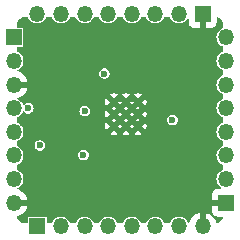
<source format=gbr>
%TF.GenerationSoftware,KiCad,Pcbnew,8.0.3-8.0.3-0~ubuntu23.10.1*%
%TF.CreationDate,2024-09-30T16:30:17-04:00*%
%TF.ProjectId,nPM1300-Stamp,6e504d31-3330-4302-9d53-74616d702e6b,rev?*%
%TF.SameCoordinates,Original*%
%TF.FileFunction,Copper,L2,Inr*%
%TF.FilePolarity,Positive*%
%FSLAX46Y46*%
G04 Gerber Fmt 4.6, Leading zero omitted, Abs format (unit mm)*
G04 Created by KiCad (PCBNEW 8.0.3-8.0.3-0~ubuntu23.10.1) date 2024-09-30 16:30:17*
%MOMM*%
%LPD*%
G01*
G04 APERTURE LIST*
%TA.AperFunction,ComponentPad*%
%ADD10R,1.350000X1.350000*%
%TD*%
%TA.AperFunction,ComponentPad*%
%ADD11O,1.350000X1.350000*%
%TD*%
%TA.AperFunction,HeatsinkPad*%
%ADD12C,0.500000*%
%TD*%
%TA.AperFunction,ViaPad*%
%ADD13C,0.600000*%
%TD*%
G04 APERTURE END LIST*
D10*
%TO.N,GND*%
%TO.C,J4*%
X157000000Y-91000000D03*
D11*
%TO.N,/LED0*%
X155000000Y-91000000D03*
%TO.N,/LED1*%
X153000000Y-91000000D03*
%TO.N,/LED2*%
X151000000Y-91000000D03*
%TO.N,/LS1_IN*%
X149000000Y-91000000D03*
%TO.N,/LS1_OUT*%
X147000000Y-91000000D03*
%TO.N,/LS2_IN*%
X145000000Y-91000000D03*
%TO.N,/LS2_OUT*%
X143000000Y-91000000D03*
%TD*%
D12*
%TO.N,GND*%
%TO.C,U1*%
X149500000Y-98500000D03*
X149500000Y-99500000D03*
X149500000Y-100500000D03*
X150500000Y-98500000D03*
X150500000Y-99500000D03*
X150500000Y-100500000D03*
X151500000Y-98500000D03*
X151500000Y-99500000D03*
X151500000Y-100500000D03*
%TD*%
D10*
%TO.N,GND*%
%TO.C,J3*%
X159000000Y-107000000D03*
D11*
%TO.N,/NTC*%
X159000000Y-105000000D03*
%TO.N,/VBAT*%
X159000000Y-103000000D03*
%TO.N,/VSYS*%
X159000000Y-101000000D03*
%TO.N,/VBUS_IN*%
X159000000Y-99000000D03*
%TO.N,/VBUS_OUT*%
X159000000Y-97000000D03*
%TO.N,/CC1*%
X159000000Y-95000000D03*
%TO.N,/CC2*%
X159000000Y-93000000D03*
%TD*%
D10*
%TO.N,/VOUT1*%
%TO.C,J1*%
X141000000Y-93000000D03*
D11*
%TO.N,/VOUT2*%
X141000000Y-95000000D03*
%TO.N,GND*%
X141000000Y-97000000D03*
%TO.N,/GPIO0*%
X141000000Y-99000000D03*
%TO.N,/GPIO1*%
X141000000Y-101000000D03*
%TO.N,/GPIO2*%
X141000000Y-103000000D03*
%TO.N,/GPIO3*%
X141000000Y-105000000D03*
%TO.N,GND*%
X141000000Y-107000000D03*
%TD*%
D10*
%TO.N,/GPIO4*%
%TO.C,J2*%
X143000000Y-109000000D03*
D11*
%TO.N,/VDDIO*%
X145000000Y-109000000D03*
%TO.N,/SDA_NPM1300*%
X147000000Y-109000000D03*
%TO.N,/SCL_NPM1300*%
X149000000Y-109000000D03*
%TO.N,/SHPLD*%
X151000000Y-109000000D03*
%TO.N,/VSET2*%
X153000000Y-109000000D03*
%TO.N,/VSET1*%
X155000000Y-109000000D03*
%TO.N,GND*%
X157000000Y-109000000D03*
%TD*%
D13*
%TO.N,GND*%
X157000000Y-104250000D03*
X146000000Y-108000000D03*
X148000000Y-108000000D03*
X157690000Y-98930000D03*
X157000000Y-107000000D03*
X157000000Y-106000000D03*
X146000000Y-92000000D03*
X144000000Y-106000000D03*
X143000000Y-106000000D03*
X156000000Y-106000000D03*
X142500000Y-96000000D03*
X156000000Y-104250000D03*
X152000000Y-108000000D03*
X157000000Y-94000000D03*
X154750000Y-103750000D03*
X157690000Y-102380000D03*
X154000000Y-92500000D03*
X150000000Y-92500000D03*
X142500000Y-94000000D03*
X144000000Y-92000000D03*
X157690000Y-100500000D03*
X157690000Y-96810000D03*
X153000000Y-96500000D03*
X156000000Y-107000000D03*
X154000000Y-107000000D03*
X152000000Y-92500000D03*
X155000000Y-95750000D03*
X147250000Y-97330000D03*
X150250000Y-104970000D03*
X148500000Y-92500000D03*
X145990000Y-102630000D03*
X150000000Y-108000000D03*
%TO.N,/VSYS*%
X154440000Y-99990000D03*
X147020000Y-99250000D03*
%TO.N,/VOUT2*%
X148670000Y-96070000D03*
X143225000Y-102150000D03*
%TO.N,/GPIO0*%
X142230000Y-99000000D03*
X146910000Y-102950000D03*
%TD*%
%TA.AperFunction,Conductor*%
%TO.N,GND*%
G36*
X142211972Y-91272174D02*
G01*
X142230024Y-91301633D01*
X142241712Y-91337608D01*
X142328475Y-91487885D01*
X142328478Y-91487890D01*
X142444592Y-91616847D01*
X142584969Y-91718838D01*
X142584976Y-91718842D01*
X142743501Y-91789422D01*
X142913236Y-91825500D01*
X142913237Y-91825500D01*
X143086763Y-91825500D01*
X143086764Y-91825500D01*
X143256499Y-91789422D01*
X143415024Y-91718842D01*
X143422819Y-91713179D01*
X143555407Y-91616847D01*
X143555406Y-91616847D01*
X143555410Y-91616845D01*
X143671522Y-91487889D01*
X143758286Y-91337611D01*
X143766936Y-91310988D01*
X143769976Y-91301633D01*
X143806758Y-91258566D01*
X143840354Y-91250500D01*
X144159646Y-91250500D01*
X144211972Y-91272174D01*
X144230024Y-91301633D01*
X144241712Y-91337608D01*
X144328475Y-91487885D01*
X144328478Y-91487890D01*
X144444592Y-91616847D01*
X144584969Y-91718838D01*
X144584976Y-91718842D01*
X144743501Y-91789422D01*
X144913236Y-91825500D01*
X144913237Y-91825500D01*
X145086763Y-91825500D01*
X145086764Y-91825500D01*
X145256499Y-91789422D01*
X145415024Y-91718842D01*
X145422819Y-91713179D01*
X145555407Y-91616847D01*
X145555406Y-91616847D01*
X145555410Y-91616845D01*
X145671522Y-91487889D01*
X145758286Y-91337611D01*
X145766936Y-91310988D01*
X145769976Y-91301633D01*
X145806758Y-91258566D01*
X145840354Y-91250500D01*
X146159646Y-91250500D01*
X146211972Y-91272174D01*
X146230024Y-91301633D01*
X146241712Y-91337608D01*
X146328475Y-91487885D01*
X146328478Y-91487890D01*
X146444592Y-91616847D01*
X146584969Y-91718838D01*
X146584976Y-91718842D01*
X146743501Y-91789422D01*
X146913236Y-91825500D01*
X146913237Y-91825500D01*
X147086763Y-91825500D01*
X147086764Y-91825500D01*
X147256499Y-91789422D01*
X147415024Y-91718842D01*
X147422819Y-91713179D01*
X147555407Y-91616847D01*
X147555406Y-91616847D01*
X147555410Y-91616845D01*
X147671522Y-91487889D01*
X147758286Y-91337611D01*
X147766936Y-91310988D01*
X147769976Y-91301633D01*
X147806758Y-91258566D01*
X147840354Y-91250500D01*
X148159646Y-91250500D01*
X148211972Y-91272174D01*
X148230024Y-91301633D01*
X148241712Y-91337608D01*
X148328475Y-91487885D01*
X148328478Y-91487890D01*
X148444592Y-91616847D01*
X148584969Y-91718838D01*
X148584976Y-91718842D01*
X148743501Y-91789422D01*
X148913236Y-91825500D01*
X148913237Y-91825500D01*
X149086763Y-91825500D01*
X149086764Y-91825500D01*
X149256499Y-91789422D01*
X149415024Y-91718842D01*
X149422819Y-91713179D01*
X149555407Y-91616847D01*
X149555406Y-91616847D01*
X149555410Y-91616845D01*
X149671522Y-91487889D01*
X149758286Y-91337611D01*
X149766936Y-91310988D01*
X149769976Y-91301633D01*
X149806758Y-91258566D01*
X149840354Y-91250500D01*
X150159646Y-91250500D01*
X150211972Y-91272174D01*
X150230024Y-91301633D01*
X150241712Y-91337608D01*
X150328475Y-91487885D01*
X150328478Y-91487890D01*
X150444592Y-91616847D01*
X150584969Y-91718838D01*
X150584976Y-91718842D01*
X150743501Y-91789422D01*
X150913236Y-91825500D01*
X150913237Y-91825500D01*
X151086763Y-91825500D01*
X151086764Y-91825500D01*
X151256499Y-91789422D01*
X151415024Y-91718842D01*
X151422819Y-91713179D01*
X151555407Y-91616847D01*
X151555406Y-91616847D01*
X151555410Y-91616845D01*
X151671522Y-91487889D01*
X151758286Y-91337611D01*
X151766936Y-91310988D01*
X151769976Y-91301633D01*
X151806758Y-91258566D01*
X151840354Y-91250500D01*
X152159646Y-91250500D01*
X152211972Y-91272174D01*
X152230024Y-91301633D01*
X152241712Y-91337608D01*
X152328475Y-91487885D01*
X152328478Y-91487890D01*
X152444592Y-91616847D01*
X152584969Y-91718838D01*
X152584976Y-91718842D01*
X152743501Y-91789422D01*
X152913236Y-91825500D01*
X152913237Y-91825500D01*
X153086763Y-91825500D01*
X153086764Y-91825500D01*
X153256499Y-91789422D01*
X153415024Y-91718842D01*
X153422819Y-91713179D01*
X153555407Y-91616847D01*
X153555406Y-91616847D01*
X153555410Y-91616845D01*
X153671522Y-91487889D01*
X153758286Y-91337611D01*
X153766936Y-91310988D01*
X153769976Y-91301633D01*
X153806758Y-91258566D01*
X153840354Y-91250500D01*
X154159646Y-91250500D01*
X154211972Y-91272174D01*
X154230024Y-91301633D01*
X154241712Y-91337608D01*
X154328475Y-91487885D01*
X154328478Y-91487890D01*
X154444592Y-91616847D01*
X154584969Y-91718838D01*
X154584976Y-91718842D01*
X154743501Y-91789422D01*
X154913236Y-91825500D01*
X154913237Y-91825500D01*
X155086763Y-91825500D01*
X155086764Y-91825500D01*
X155256499Y-91789422D01*
X155415024Y-91718842D01*
X155422819Y-91713179D01*
X155555407Y-91616847D01*
X155555406Y-91616847D01*
X155555410Y-91616845D01*
X155671522Y-91487889D01*
X155686914Y-91461230D01*
X155731847Y-91426751D01*
X155787999Y-91434143D01*
X155822478Y-91479076D01*
X155825000Y-91498229D01*
X155825000Y-91722828D01*
X155831402Y-91782375D01*
X155831403Y-91782380D01*
X155881645Y-91917087D01*
X155881646Y-91917088D01*
X155967811Y-92032188D01*
X156082911Y-92118353D01*
X156082912Y-92118354D01*
X156217619Y-92168596D01*
X156217624Y-92168597D01*
X156277171Y-92175000D01*
X156750000Y-92175000D01*
X156750000Y-91324500D01*
X156752581Y-91318267D01*
X156754394Y-91320080D01*
X156845606Y-91372741D01*
X156947339Y-91400000D01*
X157052661Y-91400000D01*
X157154394Y-91372741D01*
X157245606Y-91320080D01*
X157247418Y-91318267D01*
X157250000Y-91324500D01*
X157250000Y-92175000D01*
X157722829Y-92175000D01*
X157782375Y-92168597D01*
X157782380Y-92168596D01*
X157917087Y-92118354D01*
X157917088Y-92118353D01*
X158032188Y-92032188D01*
X158118353Y-91917088D01*
X158118354Y-91917087D01*
X158168596Y-91782380D01*
X158168597Y-91782375D01*
X158175000Y-91722828D01*
X158175000Y-91373409D01*
X158196674Y-91321083D01*
X158249000Y-91299409D01*
X158270480Y-91302595D01*
X158279846Y-91305436D01*
X158293249Y-91310988D01*
X158409972Y-91373378D01*
X158422029Y-91381434D01*
X158444653Y-91400000D01*
X158524342Y-91465399D01*
X158534600Y-91475657D01*
X158618562Y-91577965D01*
X158626621Y-91590027D01*
X158689011Y-91706750D01*
X158694563Y-91720152D01*
X158732983Y-91846805D01*
X158735813Y-91861033D01*
X158749144Y-91996385D01*
X158749500Y-92003638D01*
X158749500Y-92159850D01*
X158727826Y-92212176D01*
X158705599Y-92227452D01*
X158584978Y-92281156D01*
X158584973Y-92281159D01*
X158444592Y-92383152D01*
X158328478Y-92512109D01*
X158328475Y-92512114D01*
X158241716Y-92662384D01*
X158241711Y-92662394D01*
X158188093Y-92827418D01*
X158169953Y-93000000D01*
X158188093Y-93172581D01*
X158241711Y-93337605D01*
X158241716Y-93337615D01*
X158328475Y-93487885D01*
X158328478Y-93487890D01*
X158444592Y-93616847D01*
X158584969Y-93718838D01*
X158584971Y-93718838D01*
X158584976Y-93718842D01*
X158705600Y-93772547D01*
X158744585Y-93813628D01*
X158749500Y-93840148D01*
X158749500Y-94159850D01*
X158727826Y-94212176D01*
X158705599Y-94227452D01*
X158584978Y-94281156D01*
X158584973Y-94281159D01*
X158444592Y-94383152D01*
X158328478Y-94512109D01*
X158328475Y-94512114D01*
X158241716Y-94662384D01*
X158241711Y-94662394D01*
X158188093Y-94827418D01*
X158169953Y-95000000D01*
X158188093Y-95172581D01*
X158241711Y-95337605D01*
X158241716Y-95337615D01*
X158328475Y-95487885D01*
X158328478Y-95487890D01*
X158444592Y-95616847D01*
X158584969Y-95718838D01*
X158584971Y-95718838D01*
X158584976Y-95718842D01*
X158705600Y-95772547D01*
X158744585Y-95813628D01*
X158749500Y-95840148D01*
X158749500Y-96159850D01*
X158727826Y-96212176D01*
X158705599Y-96227452D01*
X158584978Y-96281156D01*
X158584973Y-96281159D01*
X158444592Y-96383152D01*
X158328478Y-96512109D01*
X158328475Y-96512114D01*
X158241716Y-96662384D01*
X158241711Y-96662394D01*
X158188093Y-96827418D01*
X158169953Y-97000000D01*
X158188093Y-97172581D01*
X158241711Y-97337605D01*
X158241716Y-97337615D01*
X158328475Y-97487885D01*
X158328478Y-97487890D01*
X158444592Y-97616847D01*
X158584969Y-97718838D01*
X158584971Y-97718838D01*
X158584976Y-97718842D01*
X158705600Y-97772547D01*
X158744585Y-97813628D01*
X158749500Y-97840148D01*
X158749500Y-98159850D01*
X158727826Y-98212176D01*
X158705599Y-98227452D01*
X158584978Y-98281156D01*
X158584973Y-98281159D01*
X158444592Y-98383152D01*
X158328478Y-98512109D01*
X158328475Y-98512114D01*
X158241716Y-98662384D01*
X158241711Y-98662394D01*
X158188093Y-98827418D01*
X158188092Y-98827422D01*
X158188092Y-98827424D01*
X158169953Y-99000000D01*
X158187783Y-99169640D01*
X158188093Y-99172581D01*
X158241711Y-99337605D01*
X158241716Y-99337615D01*
X158328475Y-99487885D01*
X158328478Y-99487890D01*
X158444592Y-99616847D01*
X158584969Y-99718838D01*
X158584971Y-99718838D01*
X158584976Y-99718842D01*
X158705600Y-99772547D01*
X158744585Y-99813628D01*
X158749500Y-99840148D01*
X158749500Y-100159850D01*
X158727826Y-100212176D01*
X158705599Y-100227452D01*
X158584978Y-100281156D01*
X158584973Y-100281159D01*
X158444592Y-100383152D01*
X158328478Y-100512109D01*
X158328475Y-100512114D01*
X158241716Y-100662384D01*
X158241711Y-100662394D01*
X158188093Y-100827418D01*
X158169953Y-101000000D01*
X158188093Y-101172581D01*
X158241711Y-101337605D01*
X158241716Y-101337615D01*
X158328475Y-101487885D01*
X158328478Y-101487890D01*
X158444592Y-101616847D01*
X158584969Y-101718838D01*
X158584971Y-101718838D01*
X158584976Y-101718842D01*
X158705600Y-101772547D01*
X158744585Y-101813628D01*
X158749500Y-101840148D01*
X158749500Y-102159850D01*
X158727826Y-102212176D01*
X158705599Y-102227452D01*
X158584978Y-102281156D01*
X158584973Y-102281159D01*
X158444592Y-102383152D01*
X158328478Y-102512109D01*
X158328475Y-102512114D01*
X158241716Y-102662384D01*
X158241711Y-102662394D01*
X158188093Y-102827418D01*
X158169953Y-103000000D01*
X158188093Y-103172581D01*
X158241711Y-103337605D01*
X158241716Y-103337615D01*
X158328475Y-103487885D01*
X158328478Y-103487890D01*
X158444592Y-103616847D01*
X158584969Y-103718838D01*
X158584971Y-103718838D01*
X158584976Y-103718842D01*
X158705600Y-103772547D01*
X158744585Y-103813628D01*
X158749500Y-103840148D01*
X158749500Y-104159850D01*
X158727826Y-104212176D01*
X158705599Y-104227452D01*
X158584978Y-104281156D01*
X158584973Y-104281159D01*
X158444592Y-104383152D01*
X158328478Y-104512109D01*
X158328475Y-104512114D01*
X158241716Y-104662384D01*
X158241711Y-104662394D01*
X158188093Y-104827418D01*
X158169953Y-105000000D01*
X158188093Y-105172581D01*
X158241711Y-105337605D01*
X158241716Y-105337615D01*
X158328475Y-105487885D01*
X158328478Y-105487890D01*
X158444592Y-105616847D01*
X158546837Y-105691133D01*
X158576430Y-105739424D01*
X158563208Y-105794496D01*
X158514917Y-105824089D01*
X158503341Y-105825000D01*
X158277171Y-105825000D01*
X158217624Y-105831402D01*
X158217619Y-105831403D01*
X158082912Y-105881645D01*
X158082911Y-105881646D01*
X157967811Y-105967811D01*
X157881646Y-106082911D01*
X157881645Y-106082912D01*
X157831403Y-106217619D01*
X157831402Y-106217624D01*
X157825000Y-106277171D01*
X157825000Y-106750000D01*
X158675500Y-106750000D01*
X158681732Y-106752581D01*
X158679920Y-106754394D01*
X158627259Y-106845606D01*
X158600000Y-106947339D01*
X158600000Y-107052661D01*
X158627259Y-107154394D01*
X158679920Y-107245606D01*
X158681732Y-107247418D01*
X158675500Y-107250000D01*
X157825000Y-107250000D01*
X157825000Y-107722828D01*
X157831402Y-107782375D01*
X157831403Y-107782380D01*
X157881645Y-107917087D01*
X157881646Y-107917088D01*
X157967811Y-108032188D01*
X158082911Y-108118353D01*
X158082912Y-108118354D01*
X158217619Y-108168596D01*
X158217624Y-108168597D01*
X158277171Y-108175000D01*
X158626591Y-108175000D01*
X158678917Y-108196674D01*
X158700591Y-108249000D01*
X158697403Y-108270487D01*
X158694561Y-108279853D01*
X158689011Y-108293249D01*
X158626621Y-108409972D01*
X158618562Y-108422034D01*
X158534600Y-108524342D01*
X158524342Y-108534600D01*
X158422034Y-108618562D01*
X158409972Y-108626621D01*
X158293249Y-108689011D01*
X158279846Y-108694563D01*
X158218310Y-108713229D01*
X158161946Y-108707677D01*
X158126016Y-108663895D01*
X158125655Y-108662665D01*
X158100351Y-108573730D01*
X158100348Y-108573723D01*
X158003284Y-108378790D01*
X158003282Y-108378787D01*
X157872057Y-108205016D01*
X157872056Y-108205015D01*
X157711129Y-108058313D01*
X157525990Y-107943680D01*
X157525980Y-107943675D01*
X157322934Y-107865013D01*
X157250000Y-107851379D01*
X157250000Y-108675500D01*
X157247418Y-108681732D01*
X157245606Y-108679920D01*
X157154394Y-108627259D01*
X157052661Y-108600000D01*
X156947339Y-108600000D01*
X156845606Y-108627259D01*
X156754394Y-108679920D01*
X156752581Y-108681732D01*
X156750000Y-108675500D01*
X156750000Y-107851379D01*
X156749999Y-107851379D01*
X156677065Y-107865013D01*
X156474019Y-107943675D01*
X156474009Y-107943680D01*
X156288870Y-108058313D01*
X156288869Y-108058313D01*
X156127943Y-108205015D01*
X156127942Y-108205016D01*
X155996717Y-108378787D01*
X155996715Y-108378790D01*
X155899651Y-108573723D01*
X155899650Y-108573725D01*
X155883928Y-108628981D01*
X155848761Y-108673377D01*
X155792501Y-108679904D01*
X155748667Y-108645729D01*
X155738997Y-108628981D01*
X155671522Y-108512111D01*
X155671521Y-108512109D01*
X155555407Y-108383152D01*
X155415030Y-108281161D01*
X155415023Y-108281157D01*
X155256500Y-108210578D01*
X155256498Y-108210577D01*
X155122841Y-108182168D01*
X155086764Y-108174500D01*
X154913236Y-108174500D01*
X154883483Y-108180824D01*
X154743501Y-108210577D01*
X154743499Y-108210578D01*
X154584978Y-108281156D01*
X154584973Y-108281159D01*
X154444592Y-108383152D01*
X154328478Y-108512109D01*
X154328475Y-108512114D01*
X154241712Y-108662391D01*
X154230024Y-108698367D01*
X154193242Y-108741434D01*
X154159646Y-108749500D01*
X153840354Y-108749500D01*
X153788028Y-108727826D01*
X153769976Y-108698367D01*
X153758287Y-108662391D01*
X153671524Y-108512114D01*
X153671521Y-108512109D01*
X153555407Y-108383152D01*
X153415030Y-108281161D01*
X153415023Y-108281157D01*
X153256500Y-108210578D01*
X153256498Y-108210577D01*
X153122841Y-108182168D01*
X153086764Y-108174500D01*
X152913236Y-108174500D01*
X152883483Y-108180824D01*
X152743501Y-108210577D01*
X152743499Y-108210578D01*
X152584978Y-108281156D01*
X152584973Y-108281159D01*
X152444592Y-108383152D01*
X152328478Y-108512109D01*
X152328475Y-108512114D01*
X152241712Y-108662391D01*
X152230024Y-108698367D01*
X152193242Y-108741434D01*
X152159646Y-108749500D01*
X151840354Y-108749500D01*
X151788028Y-108727826D01*
X151769976Y-108698367D01*
X151758287Y-108662391D01*
X151671524Y-108512114D01*
X151671521Y-108512109D01*
X151555407Y-108383152D01*
X151415030Y-108281161D01*
X151415023Y-108281157D01*
X151256500Y-108210578D01*
X151256498Y-108210577D01*
X151122841Y-108182168D01*
X151086764Y-108174500D01*
X150913236Y-108174500D01*
X150883483Y-108180824D01*
X150743501Y-108210577D01*
X150743499Y-108210578D01*
X150584978Y-108281156D01*
X150584973Y-108281159D01*
X150444592Y-108383152D01*
X150328478Y-108512109D01*
X150328475Y-108512114D01*
X150241712Y-108662391D01*
X150230024Y-108698367D01*
X150193242Y-108741434D01*
X150159646Y-108749500D01*
X149840354Y-108749500D01*
X149788028Y-108727826D01*
X149769976Y-108698367D01*
X149758287Y-108662391D01*
X149671524Y-108512114D01*
X149671521Y-108512109D01*
X149555407Y-108383152D01*
X149415030Y-108281161D01*
X149415023Y-108281157D01*
X149256500Y-108210578D01*
X149256498Y-108210577D01*
X149122841Y-108182168D01*
X149086764Y-108174500D01*
X148913236Y-108174500D01*
X148883483Y-108180824D01*
X148743501Y-108210577D01*
X148743499Y-108210578D01*
X148584978Y-108281156D01*
X148584973Y-108281159D01*
X148444592Y-108383152D01*
X148328478Y-108512109D01*
X148328475Y-108512114D01*
X148241712Y-108662391D01*
X148230024Y-108698367D01*
X148193242Y-108741434D01*
X148159646Y-108749500D01*
X147840354Y-108749500D01*
X147788028Y-108727826D01*
X147769976Y-108698367D01*
X147758287Y-108662391D01*
X147671524Y-108512114D01*
X147671521Y-108512109D01*
X147555407Y-108383152D01*
X147415030Y-108281161D01*
X147415023Y-108281157D01*
X147256500Y-108210578D01*
X147256498Y-108210577D01*
X147122841Y-108182168D01*
X147086764Y-108174500D01*
X146913236Y-108174500D01*
X146883483Y-108180824D01*
X146743501Y-108210577D01*
X146743499Y-108210578D01*
X146584978Y-108281156D01*
X146584973Y-108281159D01*
X146444592Y-108383152D01*
X146328478Y-108512109D01*
X146328475Y-108512114D01*
X146241712Y-108662391D01*
X146230024Y-108698367D01*
X146193242Y-108741434D01*
X146159646Y-108749500D01*
X145840354Y-108749500D01*
X145788028Y-108727826D01*
X145769976Y-108698367D01*
X145758287Y-108662391D01*
X145671524Y-108512114D01*
X145671521Y-108512109D01*
X145555407Y-108383152D01*
X145415030Y-108281161D01*
X145415023Y-108281157D01*
X145256500Y-108210578D01*
X145256498Y-108210577D01*
X145122841Y-108182168D01*
X145086764Y-108174500D01*
X144913236Y-108174500D01*
X144883483Y-108180824D01*
X144743501Y-108210577D01*
X144743499Y-108210578D01*
X144584978Y-108281156D01*
X144584973Y-108281159D01*
X144444592Y-108383152D01*
X144328478Y-108512109D01*
X144328475Y-108512114D01*
X144241712Y-108662391D01*
X144230024Y-108698367D01*
X144193242Y-108741434D01*
X144159646Y-108749500D01*
X143899500Y-108749500D01*
X143847174Y-108727826D01*
X143825500Y-108675500D01*
X143825500Y-108310180D01*
X143820853Y-108286821D01*
X143816767Y-108266278D01*
X143783504Y-108216496D01*
X143766321Y-108205015D01*
X143733722Y-108183233D01*
X143689820Y-108174500D01*
X142310180Y-108174500D01*
X142288229Y-108178866D01*
X142266277Y-108183233D01*
X142216496Y-108216495D01*
X142216495Y-108216496D01*
X142183233Y-108266277D01*
X142174500Y-108310180D01*
X142174500Y-108675500D01*
X142152826Y-108727826D01*
X142100500Y-108749500D01*
X142003638Y-108749500D01*
X141996385Y-108749144D01*
X141861033Y-108735813D01*
X141846805Y-108732983D01*
X141720152Y-108694563D01*
X141706750Y-108689011D01*
X141590027Y-108626621D01*
X141577968Y-108618564D01*
X141523331Y-108573725D01*
X141475657Y-108534600D01*
X141465399Y-108524342D01*
X141429029Y-108480025D01*
X141381434Y-108422029D01*
X141373378Y-108409972D01*
X141310988Y-108293249D01*
X141305436Y-108279847D01*
X141287880Y-108221972D01*
X141293432Y-108165607D01*
X141331962Y-108131488D01*
X141525980Y-108056324D01*
X141525990Y-108056319D01*
X141711129Y-107941686D01*
X141711130Y-107941686D01*
X141872056Y-107794984D01*
X141872057Y-107794983D01*
X142003282Y-107621212D01*
X142003284Y-107621209D01*
X142100348Y-107426276D01*
X142100350Y-107426271D01*
X142150505Y-107250000D01*
X141324500Y-107250000D01*
X141318267Y-107247418D01*
X141320080Y-107245606D01*
X141372741Y-107154394D01*
X141400000Y-107052661D01*
X141400000Y-106947339D01*
X141372741Y-106845606D01*
X141320080Y-106754394D01*
X141318267Y-106752581D01*
X141324500Y-106750000D01*
X142150505Y-106750000D01*
X142100350Y-106573728D01*
X142100348Y-106573723D01*
X142003284Y-106378790D01*
X142003282Y-106378787D01*
X141872057Y-106205016D01*
X141872056Y-106205015D01*
X141711129Y-106058313D01*
X141525990Y-105943680D01*
X141525980Y-105943675D01*
X141362487Y-105880336D01*
X141321524Y-105841223D01*
X141320216Y-105784601D01*
X141359118Y-105743732D01*
X141415024Y-105718842D01*
X141555410Y-105616845D01*
X141671522Y-105487889D01*
X141758286Y-105337611D01*
X141811908Y-105172576D01*
X141830047Y-105000000D01*
X141811908Y-104827424D01*
X141758286Y-104662389D01*
X141671522Y-104512111D01*
X141671521Y-104512109D01*
X141555407Y-104383152D01*
X141415030Y-104281161D01*
X141415022Y-104281157D01*
X141294401Y-104227452D01*
X141255415Y-104186369D01*
X141250500Y-104159850D01*
X141250500Y-103840148D01*
X141272174Y-103787822D01*
X141294395Y-103772549D01*
X141415024Y-103718842D01*
X141555410Y-103616845D01*
X141671522Y-103487889D01*
X141758286Y-103337611D01*
X141811908Y-103172576D01*
X141830047Y-103000000D01*
X141824792Y-102950000D01*
X146454867Y-102950000D01*
X146473302Y-103078223D01*
X146473302Y-103078224D01*
X146473303Y-103078226D01*
X146527118Y-103196063D01*
X146611951Y-103293967D01*
X146720931Y-103364004D01*
X146845228Y-103400500D01*
X146974772Y-103400500D01*
X147099069Y-103364004D01*
X147208049Y-103293967D01*
X147292882Y-103196063D01*
X147346697Y-103078226D01*
X147365133Y-102950000D01*
X147346697Y-102821774D01*
X147292882Y-102703937D01*
X147208049Y-102606033D01*
X147141032Y-102562964D01*
X147099068Y-102535995D01*
X146974772Y-102499500D01*
X146845228Y-102499500D01*
X146720931Y-102535995D01*
X146611954Y-102606031D01*
X146611950Y-102606034D01*
X146527119Y-102703935D01*
X146473302Y-102821776D01*
X146454867Y-102950000D01*
X141824792Y-102950000D01*
X141811908Y-102827424D01*
X141805546Y-102807844D01*
X141758288Y-102662394D01*
X141758283Y-102662384D01*
X141671524Y-102512114D01*
X141671521Y-102512109D01*
X141555407Y-102383152D01*
X141415030Y-102281161D01*
X141415022Y-102281157D01*
X141294401Y-102227452D01*
X141255415Y-102186369D01*
X141250500Y-102159850D01*
X141250500Y-102150000D01*
X142769867Y-102150000D01*
X142788302Y-102278223D01*
X142788302Y-102278224D01*
X142788303Y-102278226D01*
X142842118Y-102396063D01*
X142926951Y-102493967D01*
X143035931Y-102564004D01*
X143160228Y-102600500D01*
X143289772Y-102600500D01*
X143414069Y-102564004D01*
X143523049Y-102493967D01*
X143607882Y-102396063D01*
X143661697Y-102278226D01*
X143680133Y-102150000D01*
X143661697Y-102021774D01*
X143607882Y-101903937D01*
X143523049Y-101806033D01*
X143456032Y-101762964D01*
X143414068Y-101735995D01*
X143289772Y-101699500D01*
X143160228Y-101699500D01*
X143035931Y-101735995D01*
X142926954Y-101806031D01*
X142926950Y-101806034D01*
X142842119Y-101903935D01*
X142788302Y-102021776D01*
X142769867Y-102150000D01*
X141250500Y-102150000D01*
X141250500Y-101840148D01*
X141272174Y-101787822D01*
X141294395Y-101772549D01*
X141415024Y-101718842D01*
X141555410Y-101616845D01*
X141671522Y-101487889D01*
X141758286Y-101337611D01*
X141809409Y-101180266D01*
X149173285Y-101180266D01*
X149173285Y-101180267D01*
X149332045Y-101235820D01*
X149332052Y-101235822D01*
X149500000Y-101254745D01*
X149667947Y-101235822D01*
X149667954Y-101235820D01*
X149826713Y-101180267D01*
X149826712Y-101180266D01*
X150173285Y-101180266D01*
X150173285Y-101180267D01*
X150332045Y-101235820D01*
X150332052Y-101235822D01*
X150500000Y-101254745D01*
X150667947Y-101235822D01*
X150667954Y-101235820D01*
X150826713Y-101180267D01*
X150826712Y-101180266D01*
X151173285Y-101180266D01*
X151173285Y-101180267D01*
X151332045Y-101235820D01*
X151332052Y-101235822D01*
X151500000Y-101254745D01*
X151667947Y-101235822D01*
X151667954Y-101235820D01*
X151826713Y-101180267D01*
X151500000Y-100853553D01*
X151173285Y-101180266D01*
X150826712Y-101180266D01*
X150500000Y-100853553D01*
X150173285Y-101180266D01*
X149826712Y-101180266D01*
X149500000Y-100853553D01*
X149173285Y-101180266D01*
X141809409Y-101180266D01*
X141811908Y-101172576D01*
X141830047Y-101000000D01*
X141811908Y-100827424D01*
X141805546Y-100807844D01*
X141758288Y-100662394D01*
X141758283Y-100662384D01*
X141671524Y-100512114D01*
X141671521Y-100512109D01*
X141660618Y-100500000D01*
X148745254Y-100500000D01*
X148764177Y-100667947D01*
X148764179Y-100667955D01*
X148819731Y-100826713D01*
X149146446Y-100499999D01*
X149126556Y-100480109D01*
X149400000Y-100480109D01*
X149400000Y-100519891D01*
X149415224Y-100556645D01*
X149443355Y-100584776D01*
X149480109Y-100600000D01*
X149519891Y-100600000D01*
X149556645Y-100584776D01*
X149584776Y-100556645D01*
X149600000Y-100519891D01*
X149600000Y-100500000D01*
X149853553Y-100500000D01*
X150000000Y-100646447D01*
X150146447Y-100500000D01*
X150126556Y-100480109D01*
X150400000Y-100480109D01*
X150400000Y-100519891D01*
X150415224Y-100556645D01*
X150443355Y-100584776D01*
X150480109Y-100600000D01*
X150519891Y-100600000D01*
X150556645Y-100584776D01*
X150584776Y-100556645D01*
X150600000Y-100519891D01*
X150600000Y-100500000D01*
X150853553Y-100500000D01*
X151000000Y-100646447D01*
X151146447Y-100500000D01*
X151126556Y-100480109D01*
X151400000Y-100480109D01*
X151400000Y-100519891D01*
X151415224Y-100556645D01*
X151443355Y-100584776D01*
X151480109Y-100600000D01*
X151519891Y-100600000D01*
X151556645Y-100584776D01*
X151584776Y-100556645D01*
X151600000Y-100519891D01*
X151600000Y-100499999D01*
X151853552Y-100499999D01*
X152180267Y-100826713D01*
X152235820Y-100667954D01*
X152235822Y-100667947D01*
X152254745Y-100500000D01*
X152235822Y-100332052D01*
X152235820Y-100332045D01*
X152180267Y-100173285D01*
X152180266Y-100173285D01*
X151853552Y-100499999D01*
X151600000Y-100499999D01*
X151600000Y-100480109D01*
X151584776Y-100443355D01*
X151556645Y-100415224D01*
X151519891Y-100400000D01*
X151480109Y-100400000D01*
X151443355Y-100415224D01*
X151415224Y-100443355D01*
X151400000Y-100480109D01*
X151126556Y-100480109D01*
X151000000Y-100353553D01*
X150853553Y-100500000D01*
X150600000Y-100500000D01*
X150600000Y-100480109D01*
X150584776Y-100443355D01*
X150556645Y-100415224D01*
X150519891Y-100400000D01*
X150480109Y-100400000D01*
X150443355Y-100415224D01*
X150415224Y-100443355D01*
X150400000Y-100480109D01*
X150126556Y-100480109D01*
X150000000Y-100353553D01*
X149853553Y-100500000D01*
X149600000Y-100500000D01*
X149600000Y-100480109D01*
X149584776Y-100443355D01*
X149556645Y-100415224D01*
X149519891Y-100400000D01*
X149480109Y-100400000D01*
X149443355Y-100415224D01*
X149415224Y-100443355D01*
X149400000Y-100480109D01*
X149126556Y-100480109D01*
X148819731Y-100173285D01*
X148819730Y-100173285D01*
X148764180Y-100332041D01*
X148764177Y-100332052D01*
X148745254Y-100500000D01*
X141660618Y-100500000D01*
X141555407Y-100383152D01*
X141415030Y-100281161D01*
X141415022Y-100281157D01*
X141294401Y-100227452D01*
X141255415Y-100186369D01*
X141250500Y-100159850D01*
X141250500Y-100000000D01*
X149353553Y-100000000D01*
X149500000Y-100146447D01*
X149646447Y-100000000D01*
X150353553Y-100000000D01*
X150500000Y-100146447D01*
X150646447Y-100000000D01*
X151353553Y-100000000D01*
X151500000Y-100146447D01*
X151646447Y-100000000D01*
X151636447Y-99990000D01*
X153984867Y-99990000D01*
X154003302Y-100118223D01*
X154003302Y-100118224D01*
X154003303Y-100118226D01*
X154057118Y-100236063D01*
X154141951Y-100333967D01*
X154250931Y-100404004D01*
X154375228Y-100440500D01*
X154504772Y-100440500D01*
X154629069Y-100404004D01*
X154738049Y-100333967D01*
X154822882Y-100236063D01*
X154876697Y-100118226D01*
X154895133Y-99990000D01*
X154876697Y-99861774D01*
X154822882Y-99743937D01*
X154738049Y-99646033D01*
X154657034Y-99593968D01*
X154629068Y-99575995D01*
X154504772Y-99539500D01*
X154375228Y-99539500D01*
X154250931Y-99575995D01*
X154141954Y-99646031D01*
X154141950Y-99646034D01*
X154057119Y-99743935D01*
X154003302Y-99861776D01*
X153984867Y-99990000D01*
X151636447Y-99990000D01*
X151500000Y-99853553D01*
X151353553Y-100000000D01*
X150646447Y-100000000D01*
X150500000Y-99853553D01*
X150353553Y-100000000D01*
X149646447Y-100000000D01*
X149500000Y-99853553D01*
X149353553Y-100000000D01*
X141250500Y-100000000D01*
X141250500Y-99840148D01*
X141272174Y-99787822D01*
X141294395Y-99772549D01*
X141415024Y-99718842D01*
X141440270Y-99700500D01*
X141555407Y-99616847D01*
X141555406Y-99616847D01*
X141555410Y-99616845D01*
X141671522Y-99487889D01*
X141758286Y-99337611D01*
X141763651Y-99321095D01*
X141800432Y-99278028D01*
X141856894Y-99273582D01*
X141889955Y-99295500D01*
X141931951Y-99343967D01*
X142040931Y-99414004D01*
X142165228Y-99450500D01*
X142294772Y-99450500D01*
X142419069Y-99414004D01*
X142528049Y-99343967D01*
X142609471Y-99250000D01*
X146564867Y-99250000D01*
X146583302Y-99378223D01*
X146583302Y-99378224D01*
X146583303Y-99378226D01*
X146637118Y-99496063D01*
X146721951Y-99593967D01*
X146830931Y-99664004D01*
X146955228Y-99700500D01*
X147084772Y-99700500D01*
X147209069Y-99664004D01*
X147318049Y-99593967D01*
X147399471Y-99500000D01*
X148745254Y-99500000D01*
X148764177Y-99667947D01*
X148764179Y-99667955D01*
X148819731Y-99826713D01*
X149146446Y-99499999D01*
X149126556Y-99480109D01*
X149400000Y-99480109D01*
X149400000Y-99519891D01*
X149415224Y-99556645D01*
X149443355Y-99584776D01*
X149480109Y-99600000D01*
X149519891Y-99600000D01*
X149556645Y-99584776D01*
X149584776Y-99556645D01*
X149600000Y-99519891D01*
X149600000Y-99500000D01*
X149853553Y-99500000D01*
X150000000Y-99646447D01*
X150146447Y-99500000D01*
X150126556Y-99480109D01*
X150400000Y-99480109D01*
X150400000Y-99519891D01*
X150415224Y-99556645D01*
X150443355Y-99584776D01*
X150480109Y-99600000D01*
X150519891Y-99600000D01*
X150556645Y-99584776D01*
X150584776Y-99556645D01*
X150600000Y-99519891D01*
X150600000Y-99500000D01*
X150853553Y-99500000D01*
X151000000Y-99646447D01*
X151146447Y-99500000D01*
X151126556Y-99480109D01*
X151400000Y-99480109D01*
X151400000Y-99519891D01*
X151415224Y-99556645D01*
X151443355Y-99584776D01*
X151480109Y-99600000D01*
X151519891Y-99600000D01*
X151556645Y-99584776D01*
X151584776Y-99556645D01*
X151600000Y-99519891D01*
X151600000Y-99499999D01*
X151853553Y-99499999D01*
X152180267Y-99826713D01*
X152235820Y-99667954D01*
X152235822Y-99667947D01*
X152254745Y-99500000D01*
X152235822Y-99332052D01*
X152235820Y-99332045D01*
X152180267Y-99173285D01*
X152180266Y-99173285D01*
X151853553Y-99499999D01*
X151600000Y-99499999D01*
X151600000Y-99480109D01*
X151584776Y-99443355D01*
X151556645Y-99415224D01*
X151519891Y-99400000D01*
X151480109Y-99400000D01*
X151443355Y-99415224D01*
X151415224Y-99443355D01*
X151400000Y-99480109D01*
X151126556Y-99480109D01*
X151000000Y-99353553D01*
X150853553Y-99500000D01*
X150600000Y-99500000D01*
X150600000Y-99480109D01*
X150584776Y-99443355D01*
X150556645Y-99415224D01*
X150519891Y-99400000D01*
X150480109Y-99400000D01*
X150443355Y-99415224D01*
X150415224Y-99443355D01*
X150400000Y-99480109D01*
X150126556Y-99480109D01*
X150000000Y-99353553D01*
X149853553Y-99500000D01*
X149600000Y-99500000D01*
X149600000Y-99480109D01*
X149584776Y-99443355D01*
X149556645Y-99415224D01*
X149519891Y-99400000D01*
X149480109Y-99400000D01*
X149443355Y-99415224D01*
X149415224Y-99443355D01*
X149400000Y-99480109D01*
X149126556Y-99480109D01*
X148819731Y-99173285D01*
X148819730Y-99173285D01*
X148764180Y-99332041D01*
X148764177Y-99332052D01*
X148745254Y-99500000D01*
X147399471Y-99500000D01*
X147402882Y-99496063D01*
X147456697Y-99378226D01*
X147475133Y-99250000D01*
X147456697Y-99121774D01*
X147402882Y-99003937D01*
X147399471Y-99000000D01*
X149353553Y-99000000D01*
X149500000Y-99146447D01*
X149646447Y-99000000D01*
X150353553Y-99000000D01*
X150500000Y-99146447D01*
X150646447Y-99000000D01*
X151353553Y-99000000D01*
X151500000Y-99146447D01*
X151646447Y-99000000D01*
X151500000Y-98853553D01*
X151353553Y-99000000D01*
X150646447Y-99000000D01*
X150500000Y-98853553D01*
X150353553Y-99000000D01*
X149646447Y-99000000D01*
X149500000Y-98853553D01*
X149353553Y-99000000D01*
X147399471Y-99000000D01*
X147318049Y-98906033D01*
X147236388Y-98853553D01*
X147209068Y-98835995D01*
X147084772Y-98799500D01*
X146955228Y-98799500D01*
X146830931Y-98835995D01*
X146721954Y-98906031D01*
X146721950Y-98906034D01*
X146637119Y-99003935D01*
X146583302Y-99121776D01*
X146564867Y-99250000D01*
X142609471Y-99250000D01*
X142612882Y-99246063D01*
X142666697Y-99128226D01*
X142685133Y-99000000D01*
X142666697Y-98871774D01*
X142612882Y-98753937D01*
X142528049Y-98656033D01*
X142440860Y-98600000D01*
X142419068Y-98585995D01*
X142294772Y-98549500D01*
X142165228Y-98549500D01*
X142040931Y-98585995D01*
X141931954Y-98656031D01*
X141931946Y-98656037D01*
X141889955Y-98704498D01*
X141839309Y-98729849D01*
X141785570Y-98711963D01*
X141763652Y-98678904D01*
X141758286Y-98662389D01*
X141671522Y-98512111D01*
X141671521Y-98512109D01*
X141660618Y-98500000D01*
X148745254Y-98500000D01*
X148764177Y-98667947D01*
X148764179Y-98667955D01*
X148819731Y-98826713D01*
X149146446Y-98499999D01*
X149126556Y-98480109D01*
X149400000Y-98480109D01*
X149400000Y-98519891D01*
X149415224Y-98556645D01*
X149443355Y-98584776D01*
X149480109Y-98600000D01*
X149519891Y-98600000D01*
X149556645Y-98584776D01*
X149584776Y-98556645D01*
X149600000Y-98519891D01*
X149600000Y-98500000D01*
X149853553Y-98500000D01*
X150000000Y-98646447D01*
X150146447Y-98500000D01*
X150126556Y-98480109D01*
X150400000Y-98480109D01*
X150400000Y-98519891D01*
X150415224Y-98556645D01*
X150443355Y-98584776D01*
X150480109Y-98600000D01*
X150519891Y-98600000D01*
X150556645Y-98584776D01*
X150584776Y-98556645D01*
X150600000Y-98519891D01*
X150600000Y-98500000D01*
X150853553Y-98500000D01*
X151000000Y-98646447D01*
X151146447Y-98500000D01*
X151126556Y-98480109D01*
X151400000Y-98480109D01*
X151400000Y-98519891D01*
X151415224Y-98556645D01*
X151443355Y-98584776D01*
X151480109Y-98600000D01*
X151519891Y-98600000D01*
X151556645Y-98584776D01*
X151584776Y-98556645D01*
X151600000Y-98519891D01*
X151600000Y-98499999D01*
X151853552Y-98499999D01*
X152180267Y-98826713D01*
X152235820Y-98667954D01*
X152235822Y-98667947D01*
X152254745Y-98500000D01*
X152235822Y-98332052D01*
X152235820Y-98332045D01*
X152180267Y-98173285D01*
X152180266Y-98173285D01*
X151853552Y-98499999D01*
X151600000Y-98499999D01*
X151600000Y-98480109D01*
X151584776Y-98443355D01*
X151556645Y-98415224D01*
X151519891Y-98400000D01*
X151480109Y-98400000D01*
X151443355Y-98415224D01*
X151415224Y-98443355D01*
X151400000Y-98480109D01*
X151126556Y-98480109D01*
X151000000Y-98353553D01*
X150853553Y-98500000D01*
X150600000Y-98500000D01*
X150600000Y-98480109D01*
X150584776Y-98443355D01*
X150556645Y-98415224D01*
X150519891Y-98400000D01*
X150480109Y-98400000D01*
X150443355Y-98415224D01*
X150415224Y-98443355D01*
X150400000Y-98480109D01*
X150126556Y-98480109D01*
X150000000Y-98353553D01*
X149853553Y-98500000D01*
X149600000Y-98500000D01*
X149600000Y-98480109D01*
X149584776Y-98443355D01*
X149556645Y-98415224D01*
X149519891Y-98400000D01*
X149480109Y-98400000D01*
X149443355Y-98415224D01*
X149415224Y-98443355D01*
X149400000Y-98480109D01*
X149126556Y-98480109D01*
X148819731Y-98173285D01*
X148819730Y-98173285D01*
X148764180Y-98332041D01*
X148764177Y-98332052D01*
X148745254Y-98500000D01*
X141660618Y-98500000D01*
X141555407Y-98383152D01*
X141415030Y-98281161D01*
X141415019Y-98281155D01*
X141359121Y-98256268D01*
X141320134Y-98215185D01*
X141321617Y-98158568D01*
X141362487Y-98119663D01*
X141525980Y-98056324D01*
X141525990Y-98056319D01*
X141711129Y-97941686D01*
X141711130Y-97941686D01*
X141844911Y-97819730D01*
X149173285Y-97819730D01*
X149173285Y-97819731D01*
X149499999Y-98146446D01*
X149826713Y-97819731D01*
X149826710Y-97819730D01*
X150173285Y-97819730D01*
X150173285Y-97819731D01*
X150499999Y-98146446D01*
X150826713Y-97819731D01*
X150826710Y-97819730D01*
X151173285Y-97819730D01*
X151173285Y-97819731D01*
X151499999Y-98146446D01*
X151826713Y-97819731D01*
X151667955Y-97764179D01*
X151667947Y-97764177D01*
X151500000Y-97745254D01*
X151332052Y-97764177D01*
X151332041Y-97764180D01*
X151173285Y-97819730D01*
X150826710Y-97819730D01*
X150667955Y-97764179D01*
X150667947Y-97764177D01*
X150500000Y-97745254D01*
X150332052Y-97764177D01*
X150332041Y-97764180D01*
X150173285Y-97819730D01*
X149826710Y-97819730D01*
X149667955Y-97764179D01*
X149667947Y-97764177D01*
X149500000Y-97745254D01*
X149332052Y-97764177D01*
X149332041Y-97764180D01*
X149173285Y-97819730D01*
X141844911Y-97819730D01*
X141872056Y-97794984D01*
X141872057Y-97794983D01*
X142003282Y-97621212D01*
X142003284Y-97621209D01*
X142100348Y-97426276D01*
X142100350Y-97426271D01*
X142150505Y-97250000D01*
X141324500Y-97250000D01*
X141318267Y-97247418D01*
X141320080Y-97245606D01*
X141372741Y-97154394D01*
X141400000Y-97052661D01*
X141400000Y-96947339D01*
X141372741Y-96845606D01*
X141320080Y-96754394D01*
X141318267Y-96752581D01*
X141324500Y-96750000D01*
X142150505Y-96750000D01*
X142100350Y-96573728D01*
X142100348Y-96573723D01*
X142003284Y-96378790D01*
X142003282Y-96378787D01*
X141872057Y-96205016D01*
X141872056Y-96205015D01*
X141723949Y-96070000D01*
X148214867Y-96070000D01*
X148233302Y-96198223D01*
X148233302Y-96198224D01*
X148233303Y-96198226D01*
X148287118Y-96316063D01*
X148371951Y-96413967D01*
X148480931Y-96484004D01*
X148605228Y-96520500D01*
X148734772Y-96520500D01*
X148859069Y-96484004D01*
X148968049Y-96413967D01*
X149052882Y-96316063D01*
X149106697Y-96198226D01*
X149125133Y-96070000D01*
X149106697Y-95941774D01*
X149052882Y-95823937D01*
X148968049Y-95726033D01*
X148901032Y-95682964D01*
X148859068Y-95655995D01*
X148734772Y-95619500D01*
X148605228Y-95619500D01*
X148480931Y-95655995D01*
X148371954Y-95726031D01*
X148371950Y-95726034D01*
X148287119Y-95823935D01*
X148233302Y-95941776D01*
X148214867Y-96070000D01*
X141723949Y-96070000D01*
X141711129Y-96058313D01*
X141525990Y-95943680D01*
X141525980Y-95943675D01*
X141362487Y-95880336D01*
X141321524Y-95841223D01*
X141320216Y-95784601D01*
X141359118Y-95743732D01*
X141415024Y-95718842D01*
X141555410Y-95616845D01*
X141671522Y-95487889D01*
X141758286Y-95337611D01*
X141811908Y-95172576D01*
X141830047Y-95000000D01*
X141811908Y-94827424D01*
X141758286Y-94662389D01*
X141671522Y-94512111D01*
X141671521Y-94512109D01*
X141555407Y-94383152D01*
X141415030Y-94281161D01*
X141415022Y-94281157D01*
X141294401Y-94227452D01*
X141255415Y-94186369D01*
X141250500Y-94159850D01*
X141250500Y-93899500D01*
X141272174Y-93847174D01*
X141324500Y-93825500D01*
X141689819Y-93825500D01*
X141689820Y-93825500D01*
X141733722Y-93816767D01*
X141783504Y-93783504D01*
X141816767Y-93733722D01*
X141825500Y-93689820D01*
X141825500Y-92310180D01*
X141816767Y-92266278D01*
X141783504Y-92216496D01*
X141772737Y-92209302D01*
X141733722Y-92183233D01*
X141689820Y-92174500D01*
X141689819Y-92174500D01*
X141324500Y-92174500D01*
X141272174Y-92152826D01*
X141250500Y-92100500D01*
X141250500Y-92003638D01*
X141250856Y-91996385D01*
X141255407Y-91950172D01*
X141264187Y-91861026D01*
X141267014Y-91846813D01*
X141305438Y-91720145D01*
X141310988Y-91706750D01*
X141373381Y-91590021D01*
X141381430Y-91577974D01*
X141465400Y-91475655D01*
X141475657Y-91465399D01*
X141513743Y-91434143D01*
X141577974Y-91381430D01*
X141590021Y-91373381D01*
X141706753Y-91310986D01*
X141720145Y-91305438D01*
X141846813Y-91267014D01*
X141861026Y-91264187D01*
X141996385Y-91250855D01*
X142003638Y-91250500D01*
X142044170Y-91250500D01*
X142159646Y-91250500D01*
X142211972Y-91272174D01*
G37*
%TD.AperFunction*%
%TD*%
M02*

</source>
